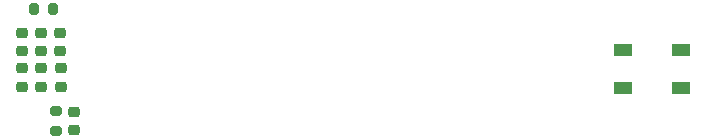
<source format=gbr>
G04 #@! TF.GenerationSoftware,KiCad,Pcbnew,(7.0.0)*
G04 #@! TF.CreationDate,2023-03-04T20:15:19-06:00*
G04 #@! TF.ProjectId,V0_Display,56305f44-6973-4706-9c61-792e6b696361,rev?*
G04 #@! TF.SameCoordinates,Original*
G04 #@! TF.FileFunction,Paste,Top*
G04 #@! TF.FilePolarity,Positive*
%FSLAX46Y46*%
G04 Gerber Fmt 4.6, Leading zero omitted, Abs format (unit mm)*
G04 Created by KiCad (PCBNEW (7.0.0)) date 2023-03-04 20:15:19*
%MOMM*%
%LPD*%
G01*
G04 APERTURE LIST*
G04 Aperture macros list*
%AMRoundRect*
0 Rectangle with rounded corners*
0 $1 Rounding radius*
0 $2 $3 $4 $5 $6 $7 $8 $9 X,Y pos of 4 corners*
0 Add a 4 corners polygon primitive as box body*
4,1,4,$2,$3,$4,$5,$6,$7,$8,$9,$2,$3,0*
0 Add four circle primitives for the rounded corners*
1,1,$1+$1,$2,$3*
1,1,$1+$1,$4,$5*
1,1,$1+$1,$6,$7*
1,1,$1+$1,$8,$9*
0 Add four rect primitives between the rounded corners*
20,1,$1+$1,$2,$3,$4,$5,0*
20,1,$1+$1,$4,$5,$6,$7,0*
20,1,$1+$1,$6,$7,$8,$9,0*
20,1,$1+$1,$8,$9,$2,$3,0*%
G04 Aperture macros list end*
%ADD10R,1.500000X1.000000*%
%ADD11RoundRect,0.200000X-0.275000X0.200000X-0.275000X-0.200000X0.275000X-0.200000X0.275000X0.200000X0*%
%ADD12RoundRect,0.225000X-0.250000X0.225000X-0.250000X-0.225000X0.250000X-0.225000X0.250000X0.225000X0*%
%ADD13RoundRect,0.225000X0.250000X-0.225000X0.250000X0.225000X-0.250000X0.225000X-0.250000X-0.225000X0*%
%ADD14RoundRect,0.200000X-0.200000X-0.275000X0.200000X-0.275000X0.200000X0.275000X-0.200000X0.275000X0*%
G04 APERTURE END LIST*
D10*
X157469999Y-60549999D03*
X157469999Y-63749999D03*
X162369999Y-63749999D03*
X162369999Y-60549999D03*
D11*
X109420000Y-65725000D03*
X109420000Y-67375000D03*
D12*
X110944000Y-65775000D03*
X110944000Y-67325000D03*
X108220000Y-62075000D03*
X108220000Y-63625000D03*
D13*
X106620000Y-60600000D03*
X106620000Y-59050000D03*
X109820000Y-60600000D03*
X109820000Y-59050000D03*
D14*
X107595000Y-57050000D03*
X109245000Y-57050000D03*
D12*
X109844000Y-62075000D03*
X109844000Y-63625000D03*
X106620000Y-62075000D03*
X106620000Y-63625000D03*
D13*
X108220000Y-60600000D03*
X108220000Y-59050000D03*
M02*

</source>
